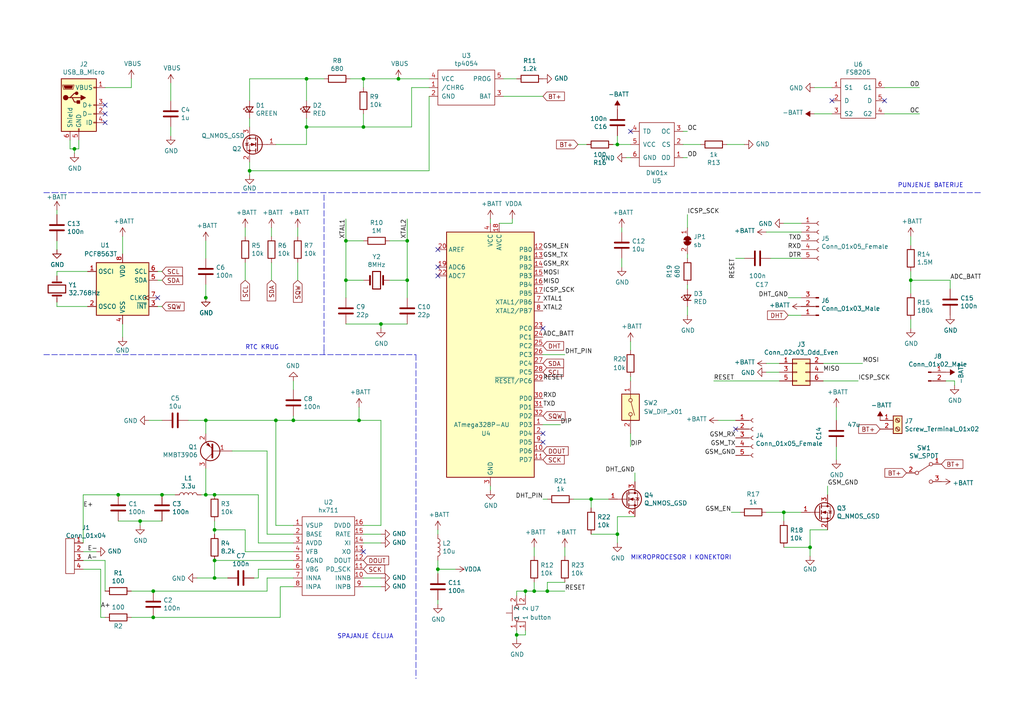
<source format=kicad_sch>
(kicad_sch (version 20211123) (generator eeschema)
  (paper "A4")
  (lib_symbols
    (symbol "Connector:Conn_01x02_Male" (pin_names (offset 1.016) hide)
      (property "Reference" "J" (at 0 2.54 0))
      (property "Value" "Conn_01x02_Male" (at 0 -5.08 0))
      (symbol "Conn_01x02_Male_1_1"
        (pin passive line (at 5.08 0 180) (length 3.81) (name "Pin_1") (number "1"))
        (pin passive line (at 5.08 -2.54 180) (length 3.81) (name "Pin_2") (number "2"))
      )
    )
    (symbol "Connector:Conn_01x03_Male" (pin_names (offset 1.016) hide)
      (property "Reference" "J" (at 0 5.08 0))
      (property "Value" "Conn_01x03_Male" (at 0 -5.08 0))
      (symbol "Conn_01x03_Male_1_1"
        (pin passive line (at 5.08 2.54 180) (length 3.81) (name "Pin_1") (number "1"))
        (pin passive line (at 5.08 0 180) (length 3.81) (name "Pin_2") (number "2"))
        (pin passive line (at 5.08 -2.54 180) (length 3.81) (name "Pin_3") (number "3"))
      )
    )
    (symbol "Connector:Conn_01x05_Female" (pin_names (offset 1.016) hide)
      (property "Reference" "J" (at 0 7.62 0))
      (property "Value" "Conn_01x05_Female" (at 0 -7.62 0))
      (symbol "Conn_01x05_Female_1_1"
        (pin passive line (at -5.08 5.08 0) (length 3.81) (name "Pin_1") (number "1"))
        (pin passive line (at -5.08 2.54 0) (length 3.81) (name "Pin_2") (number "2"))
        (pin passive line (at -5.08 0 0) (length 3.81) (name "Pin_3") (number "3"))
        (pin passive line (at -5.08 -2.54 0) (length 3.81) (name "Pin_4") (number "4"))
        (pin passive line (at -5.08 -5.08 0) (length 3.81) (name "Pin_5") (number "5"))
      )
    )
    (symbol "Connector:Screw_Terminal_01x02" (pin_names (offset 1.016) hide)
      (property "Reference" "J" (at 0 2.54 0))
      (property "Value" "Screw_Terminal_01x02" (at 0 -5.08 0))
      (symbol "Screw_Terminal_01x02_1_1"
        (pin passive line (at -5.08 0 0) (length 3.81) (name "Pin_1") (number "1"))
        (pin passive line (at -5.08 -2.54 0) (length 3.81) (name "Pin_2") (number "2"))
      )
    )
    (symbol "Connector:USB_B_Micro" (pin_names (offset 1.016))
      (property "Reference" "J" (at -5.08 11.43 0))
      (property "Value" "USB_B_Micro" (at -5.08 8.89 0))
      (symbol "USB_B_Micro_1_1"
        (pin power_out line (at 7.62 5.08 180) (length 2.54) (name "VBUS") (number "1"))
        (pin bidirectional line (at 7.62 -2.54 180) (length 2.54) (name "D-") (number "2"))
        (pin bidirectional line (at 7.62 0 180) (length 2.54) (name "D+") (number "3"))
        (pin passive line (at 7.62 -5.08 180) (length 2.54) (name "ID") (number "4"))
        (pin power_out line (at 0 -10.16 90) (length 2.54) (name "GND") (number "5"))
        (pin passive line (at -2.54 -10.16 90) (length 2.54) (name "Shield") (number "6"))
      )
    )
    (symbol "Connector_Generic:Conn_02x03_Odd_Even" (pin_names (offset 1.016) hide)
      (property "Reference" "J" (at 1.27 5.08 0))
      (property "Value" "Conn_02x03_Odd_Even" (at 1.27 -5.08 0))
      (symbol "Conn_02x03_Odd_Even_1_1"
        (pin passive line (at -5.08 2.54 0) (length 3.81) (name "Pin_1") (number "1"))
        (pin passive line (at 7.62 2.54 180) (length 3.81) (name "Pin_2") (number "2"))
        (pin passive line (at -5.08 0 0) (length 3.81) (name "Pin_3") (number "3"))
        (pin passive line (at 7.62 0 180) (length 3.81) (name "Pin_4") (number "4"))
        (pin passive line (at -5.08 -2.54 0) (length 3.81) (name "Pin_5") (number "5"))
        (pin passive line (at 7.62 -2.54 180) (length 3.81) (name "Pin_6") (number "6"))
      )
    )
    (symbol "Device:C" (pin_numbers hide) (pin_names (offset 0.254))
      (property "Reference" "C" (at 0.635 2.54 0))
      (property "Value" "C" (at 0.635 -2.54 0))
      (symbol "C_1_1"
        (pin passive line (at 0 3.81 270) (length 2.794) (name "~") (number "1"))
        (pin passive line (at 0 -3.81 90) (length 2.794) (name "~") (number "2"))
      )
    )
    (symbol "Device:Crystal" (pin_numbers hide) (pin_names (offset 1.016) hide)
      (property "Reference" "Y" (at 0 3.81 0))
      (property "Value" "Crystal" (at 0 -3.81 0))
      (symbol "Crystal_1_1"
        (pin passive line (at -3.81 0 0) (length 1.27) (name "1") (number "1"))
        (pin passive line (at 3.81 0 180) (length 1.27) (name "2") (number "2"))
      )
    )
    (symbol "Device:L" (pin_numbers hide) (pin_names (offset 1.016) hide)
      (property "Reference" "L" (at -1.27 0 90))
      (property "Value" "L" (at 1.905 0 90))
      (symbol "L_1_1"
        (pin passive line (at 0 3.81 270) (length 1.27) (name "1") (number "1"))
        (pin passive line (at 0 -3.81 90) (length 1.27) (name "2") (number "2"))
      )
    )
    (symbol "Device:LED_Small" (pin_numbers hide) (pin_names (offset 0.254) hide)
      (property "Reference" "D" (at -1.27 3.175 0))
      (property "Value" "LED_Small" (at -4.445 -2.54 0))
      (symbol "LED_Small_1_1"
        (pin passive line (at -2.54 0 0) (length 1.778) (name "K") (number "1"))
        (pin passive line (at 2.54 0 180) (length 1.778) (name "A") (number "2"))
      )
    )
    (symbol "Device:Q_NMOS_GSD" (pin_names (offset 0) hide)
      (property "Reference" "Q" (at 5.08 1.27 0))
      (property "Value" "Q_NMOS_GSD" (at 5.08 -1.27 0))
      (symbol "Q_NMOS_GSD_1_1"
        (pin input line (at -5.08 0 0) (length 2.54) (name "G") (number "1"))
        (pin passive line (at 2.54 -5.08 90) (length 2.54) (name "S") (number "2"))
        (pin passive line (at 2.54 5.08 270) (length 2.54) (name "D") (number "3"))
      )
    )
    (symbol "Device:R" (pin_numbers hide) (pin_names (offset 0))
      (property "Reference" "R" (at 2.032 0 90))
      (property "Value" "R" (at 0 0 90))
      (symbol "R_1_1"
        (pin passive line (at 0 3.81 270) (length 1.27) (name "~") (number "1"))
        (pin passive line (at 0 -3.81 90) (length 1.27) (name "~") (number "2"))
      )
    )
    (symbol "Jumper:SolderJumper_2_Bridged" (pin_names (offset 0) hide)
      (property "Reference" "JP" (at 0 2.032 0))
      (property "Value" "SolderJumper_2_Bridged" (at 0 -2.54 0))
      (symbol "SolderJumper_2_Bridged_1_1"
        (pin passive line (at -3.81 0 0) (length 2.54) (name "A") (number "1"))
        (pin passive line (at 3.81 0 180) (length 2.54) (name "B") (number "2"))
      )
    )
    (symbol "New_Library:button"
      (property "Reference" "U" (at 0 1.27 0))
      (property "Value" "button" (at 0 8.89 0))
      (symbol "button_0_1"
        (pin passive line (at -5.08 2.54 0) (length 2.54) (name "1") (number "1"))
        (pin passive line (at -5.08 5.08 0) (length 2.54) (name "1") (number "1"))
        (pin passive line (at 5.08 2.54 180) (length 2.54) (name "2") (number "2"))
        (pin passive line (at 5.08 5.08 180) (length 2.54) (name "2") (number "2"))
      )
    )
    (symbol "Switch:SW_DIP_x01" (pin_names (offset 0) hide)
      (property "Reference" "SW" (at 0 3.81 0))
      (property "Value" "SW_DIP_x01" (at 0 -3.81 0))
      (symbol "SW_DIP_x01_1_1"
        (pin passive line (at -7.62 0 0) (length 5.08) (name "~") (number "1"))
        (pin passive line (at 7.62 0 180) (length 5.08) (name "~") (number "2"))
      )
    )
    (symbol "Switch:SW_SPDT" (pin_names (offset 0) hide)
      (property "Reference" "SW" (at 0 4.318 0))
      (property "Value" "SW_SPDT" (at 0 -5.08 0))
      (symbol "SW_SPDT_1_1"
        (pin passive line (at 5.08 2.54 180) (length 2.54) (name "A") (number "1"))
        (pin passive line (at -5.08 0 0) (length 2.54) (name "B") (number "2"))
        (pin passive line (at 5.08 -2.54 180) (length 2.54) (name "C") (number "3"))
      )
    )
    (symbol "Timer_RTC:PCF8563T"
      (property "Reference" "U" (at -7.62 8.89 0))
      (property "Value" "PCF8563T" (at 2.54 8.89 0))
      (symbol "PCF8563T_1_1"
        (pin input line (at -10.16 5.08 0) (length 2.54) (name "OSCI") (number "1"))
        (pin output line (at -10.16 -5.08 0) (length 2.54) (name "OSCO") (number "2"))
        (pin output line (at 10.16 -5.08 180) (length 2.54) (name "~{INT}") (number "3"))
        (pin power_in line (at 0 -10.16 90) (length 2.54) (name "VSS") (number "4"))
        (pin bidirectional line (at 10.16 2.54 180) (length 2.54) (name "SDA") (number "5"))
        (pin input line (at 10.16 5.08 180) (length 2.54) (name "SCL") (number "6"))
        (pin output clock (at 10.16 -2.54 180) (length 2.54) (name "CLKO") (number "7"))
        (pin power_in line (at 0 10.16 270) (length 2.54) (name "VDD") (number "8"))
      )
    )
    (symbol "Transistor_BJT:MMBT3906" (pin_names (offset 0) hide)
      (property "Reference" "Q" (at 5.08 1.905 0))
      (property "Value" "MMBT3906" (at 5.08 0 0))
      (symbol "MMBT3906_1_1"
        (pin input line (at -5.08 0 0) (length 5.715) (name "B") (number "1"))
        (pin passive line (at 2.54 -5.08 90) (length 2.54) (name "E") (number "2"))
        (pin passive line (at 2.54 5.08 270) (length 2.54) (name "C") (number "3"))
      )
    )
    (symbol "novi-rescue:ATmega328P-AU-MCU_Microchip_ATmega"
      (property "Reference" "U" (at -12.7 36.83 0))
      (property "Value" "ATmega328P-AU-MCU_Microchip_ATmega" (at 2.54 -36.83 0))
      (symbol "ATmega328P-AU-MCU_Microchip_ATmega_1_1"
        (pin bidirectional line (at 15.24 -20.32 180) (length 2.54) (name "PD3") (number "1"))
        (pin bidirectional line (at 15.24 -27.94 180) (length 2.54) (name "PD6") (number "10"))
        (pin bidirectional line (at 15.24 -30.48 180) (length 2.54) (name "PD7") (number "11"))
        (pin bidirectional line (at 15.24 30.48 180) (length 2.54) (name "PB0") (number "12"))
        (pin bidirectional line (at 15.24 27.94 180) (length 2.54) (name "PB1") (number "13"))
        (pin bidirectional line (at 15.24 25.4 180) (length 2.54) (name "PB2") (number "14"))
        (pin bidirectional line (at 15.24 22.86 180) (length 2.54) (name "PB3") (number "15"))
        (pin bidirectional line (at 15.24 20.32 180) (length 2.54) (name "PB4") (number "16"))
        (pin bidirectional line (at 15.24 17.78 180) (length 2.54) (name "PB5") (number "17"))
        (pin power_in line (at 2.54 38.1 270) (length 2.54) (name "AVCC") (number "18"))
        (pin input line (at -15.24 25.4 0) (length 2.54) (name "ADC6") (number "19"))
        (pin bidirectional line (at 15.24 -22.86 180) (length 2.54) (name "PD4") (number "2"))
        (pin passive line (at -15.24 30.48 0) (length 2.54) (name "AREF") (number "20"))
        (pin passive line (at 0 -38.1 90) (length 2.54) hide (name "GND") (number "21"))
        (pin input line (at -15.24 22.86 0) (length 2.54) (name "ADC7") (number "22"))
        (pin bidirectional line (at 15.24 7.62 180) (length 2.54) (name "PC0") (number "23"))
        (pin bidirectional line (at 15.24 5.08 180) (length 2.54) (name "PC1") (number "24"))
        (pin bidirectional line (at 15.24 2.54 180) (length 2.54) (name "PC2") (number "25"))
        (pin bidirectional line (at 15.24 0 180) (length 2.54) (name "PC3") (number "26"))
        (pin bidirectional line (at 15.24 -2.54 180) (length 2.54) (name "PC4") (number "27"))
        (pin bidirectional line (at 15.24 -5.08 180) (length 2.54) (name "PC5") (number "28"))
        (pin bidirectional line (at 15.24 -7.62 180) (length 2.54) (name "~{RESET}/PC6") (number "29"))
        (pin power_in line (at 0 -38.1 90) (length 2.54) (name "GND") (number "3"))
        (pin bidirectional line (at 15.24 -12.7 180) (length 2.54) (name "PD0") (number "30"))
        (pin bidirectional line (at 15.24 -15.24 180) (length 2.54) (name "PD1") (number "31"))
        (pin bidirectional line (at 15.24 -17.78 180) (length 2.54) (name "PD2") (number "32"))
        (pin power_in line (at 0 38.1 270) (length 2.54) (name "VCC") (number "4"))
        (pin passive line (at 0 -38.1 90) (length 2.54) hide (name "GND") (number "5"))
        (pin passive line (at 0 38.1 270) (length 2.54) hide (name "VCC") (number "6"))
        (pin bidirectional line (at 15.24 15.24 180) (length 2.54) (name "XTAL1/PB6") (number "7"))
        (pin bidirectional line (at 15.24 12.7 180) (length 2.54) (name "XTAL2/PB7") (number "8"))
        (pin bidirectional line (at 15.24 -25.4 180) (length 2.54) (name "PD5") (number "9"))
      )
    )
    (symbol "novi-rescue:DW01x-my_component" (pin_names (offset 1.016))
      (property "Reference" "U" (at 0 8.89 0))
      (property "Value" "DW01x-my_component" (at 0 6.35 0))
      (symbol "DW01x-my_component_1_1"
        (pin input line (at -7.62 2.54 0) (length 2.54) (name "OD") (number "1"))
        (pin input line (at -7.62 -1.27 0) (length 2.54) (name "CS") (number "2"))
        (pin input line (at -7.62 -5.08 0) (length 2.54) (name "OC") (number "3"))
        (pin input line (at 7.62 -5.08 180) (length 2.54) (name "TD") (number "4"))
        (pin input line (at 7.62 -1.27 180) (length 2.54) (name "VCC") (number "5"))
        (pin input line (at 7.62 2.54 180) (length 2.54) (name "GND") (number "6"))
      )
    )
    (symbol "novi-rescue:FS8205-my_component" (pin_names (offset 1.016))
      (property "Reference" "U" (at 0 10.16 0))
      (property "Value" "FS8205-my_component" (at 0 7.62 0))
      (symbol "FS8205-my_component_1_1"
        (pin input line (at -7.62 3.81 0) (length 2.54) (name "S1") (number "1"))
        (pin input line (at -7.62 0 0) (length 2.54) (name "D") (number "2"))
        (pin input line (at -7.62 -3.81 0) (length 2.54) (name "S2") (number "3"))
        (pin input line (at 7.62 -3.81 180) (length 2.54) (name "G2") (number "4"))
        (pin input line (at 7.62 0 180) (length 2.54) (name "D") (number "5"))
        (pin input line (at 7.62 3.81 180) (length 2.54) (name "G1") (number "6"))
      )
    )
    (symbol "novi-rescue:Q_NMOS_GDS-my_component" (pin_names (offset 0) hide)
      (property "Reference" "Q" (at -5.08 3.81 0))
      (property "Value" "Q_NMOS_GDS-my_component" (at -12.7 1.27 0))
      (symbol "Q_NMOS_GDS-my_component_1_1"
        (pin input line (at 8.89 2.54 180) (length 2.54) (name "G") (number "1"))
        (pin passive line (at 1.27 -2.54 90) (length 2.54) (name "S") (number "2"))
        (pin passive line (at 1.27 7.62 270) (length 2.54) (name "D") (number "3"))
      )
    )
    (symbol "novi-rescue:hc711connector-my_component" (pin_names (offset 1.016))
      (property "Reference" "U" (at 0 7.62 0))
      (property "Value" "hc711connector-my_component" (at -1.27 5.08 0))
      (symbol "hc711connector-my_component_1_1"
        (pin passive line (at -1.27 -6.35 0) (length 2.54) (name "~") (number "1"))
        (pin passive line (at -1.27 -3.81 0) (length 2.54) (name "~") (number "2"))
        (pin passive line (at -1.27 -1.27 0) (length 2.54) (name "~") (number "3"))
        (pin passive line (at -1.27 1.27 0) (length 2.54) (name "~") (number "4"))
      )
    )
    (symbol "novi-rescue:hx711-my_component" (pin_names (offset 1.016))
      (property "Reference" "U" (at 0 10.16 0))
      (property "Value" "hx711-my_component" (at 0 7.62 0))
      (symbol "hx711-my_component_1_1"
        (pin input line (at -8.89 3.81 0) (length 2.54) (name "VSUP") (number "1"))
        (pin input line (at 11.43 -11.43 180) (length 2.54) (name "INNB") (number "10"))
        (pin output line (at 11.43 -8.89 180) (length 2.54) (name "PD_SCK") (number "11"))
        (pin output line (at 11.43 -6.35 180) (length 2.54) (name "DOUT") (number "12"))
        (pin output line (at 11.43 -3.81 180) (length 2.54) (name "XO") (number "13"))
        (pin output line (at 11.43 -1.27 180) (length 2.54) (name "XI") (number "14"))
        (pin input line (at 11.43 1.27 180) (length 2.54) (name "RATE") (number "15"))
        (pin input line (at 11.43 3.81 180) (length 2.54) (name "DVDD") (number "16"))
        (pin input line (at -8.89 1.27 0) (length 2.54) (name "BASE") (number "2"))
        (pin input line (at -8.89 -1.27 0) (length 2.54) (name "AVDD") (number "3"))
        (pin input line (at -8.89 -3.81 0) (length 2.54) (name "VFB") (number "4"))
        (pin input line (at -8.89 -6.35 0) (length 2.54) (name "AGND") (number "5"))
        (pin input line (at -8.89 -8.89 0) (length 2.54) (name "VBG") (number "6"))
        (pin input line (at -8.89 -11.43 0) (length 2.54) (name "INNA") (number "7"))
        (pin input line (at -8.89 -13.97 0) (length 2.54) (name "INPA") (number "8"))
        (pin input line (at 11.43 -13.97 180) (length 2.54) (name "INPB") (number "9"))
      )
    )
    (symbol "novi-rescue:tp4054-my_component" (pin_names (offset 1.016))
      (property "Reference" "U" (at 0 8.89 0))
      (property "Value" "tp4054-my_component" (at 0 6.35 0))
      (symbol "tp4054-my_component_1_1"
        (pin unspecified line (at -11.43 0 0) (length 2.54) (name "/CHRG") (number "1"))
        (pin output line (at -11.43 -2.54 0) (length 2.54) (name "GND") (number "2"))
        (pin output line (at 10.16 -2.54 180) (length 2.54) (name "BAT") (number "3"))
        (pin input line (at -11.43 2.54 0) (length 2.54) (name "VCC") (number "4"))
        (pin unspecified line (at 10.16 2.54 180) (length 2.54) (name "PROG") (number "5"))
      )
    )
    (symbol "power:+BATT" (power) (pin_names (offset 0))
      (property "Value" "+BATT" (at 0 3.556 0))
      (symbol "+BATT_1_1"
        (pin power_in line (at 0 0 90) (length 0) hide (name "+BATT") (number "1"))
      )
    )
    (symbol "power:-BATT" (power) (pin_names (offset 0))
      (property "Value" "-BATT" (at 0 3.556 0))
      (symbol "-BATT_1_1"
        (pin power_in line (at 0 0 90) (length 0) hide (name "-BATT") (number "1"))
      )
    )
    (symbol "power:GND" (power) (pin_names (offset 0))
      (property "Value" "GND" (at 0 -3.81 0))
      (symbol "GND_1_1"
        (pin power_in line (at 0 0 270) (length 0) hide (name "GND") (number "1"))
      )
    )
    (symbol "power:VBUS" (power) (pin_names (offset 0))
      (property "Value" "VBUS" (at 0 3.81 0))
      (symbol "VBUS_1_1"
        (pin power_in line (at 0 0 90) (length 0) hide (name "VBUS") (number "1"))
      )
    )
    (symbol "power:VDDA" (power) (pin_names (offset 0))
      (property "Value" "VDDA" (at 0 3.81 0))
      (symbol "VDDA_1_1"
        (pin power_in line (at 0 0 90) (length 0) hide (name "VDDA") (number "1"))
      )
    )
  )
  (junction (at 59.69 86.36))
  (junction (at 100.33 81.28))
  (junction (at 62.23 162.56))
  (junction (at 105.41 36.83))
  (junction (at 171.45 144.78))
  (junction (at 85.09 121.92))
  (junction (at 100.33 69.85))
  (junction (at 62.23 167.64))
  (junction (at 40.64 151.13))
  (junction (at 179.07 41.91))
  (junction (at 72.39 49.53))
  (junction (at 118.11 81.28))
  (junction (at 158.75 171.45))
  (junction (at 44.45 171.45))
  (junction (at 154.94 171.45))
  (junction (at 80.01 121.92))
  (junction (at 62.23 143.51))
  (junction (at 264.16 81.28))
  (junction (at 46.99 143.51))
  (junction (at 44.45 179.07))
  (junction (at 118.11 69.85))
  (junction (at 127 165.1))
  (junction (at 34.29 143.51))
  (junction (at 59.69 143.51))
  (junction (at 149.86 184.15))
  (junction (at 227.33 148.59))
  (junction (at 115.57 22.86))
  (junction (at 59.69 121.92))
  (junction (at 234.95 158.75))
  (junction (at 110.49 93.98))
  (junction (at 104.14 121.92))
  (junction (at 179.07 154.94))
  (junction (at 62.23 153.67))
  (junction (at 88.9 22.86))
  (junction (at 88.9 36.83))
  (junction (at 21.59 43.18))
  (junction (at 105.41 22.86))
  (junction (at 152.4 171.45))
  (no_connect (at 157.48 128.27))
  (no_connect (at 157.48 125.73))
  (no_connect (at 157.48 95.25))
  (no_connect (at 45.72 86.36))
  (no_connect (at 127 80.01))
  (no_connect (at 256.54 29.21))
  (no_connect (at 213.36 124.46))
  (no_connect (at 127 77.47))
  (no_connect (at 241.3 29.21))
  (no_connect (at 127 72.39))
  (no_connect (at 30.48 35.56))
  (no_connect (at 105.41 160.02))
  (no_connect (at 182.88 38.1))
  (no_connect (at 30.48 33.02))
  (no_connect (at 30.48 30.48))
  (wire (pts (xy 179.07 39.37) (xy 179.07 41.91)))
  (wire (pts (xy 227.33 64.77) (xy 232.41 64.77)))
  (wire (pts (xy 35.56 97.79) (xy 35.56 93.98)))
  (wire (pts (xy 180.34 66.04) (xy 180.34 67.31)))
  (wire (pts (xy 62.23 151.13) (xy 62.23 153.67)))
  (wire (pts (xy 88.9 36.83) (xy 88.9 34.29)))
  (wire (pts (xy 105.41 81.28) (xy 100.33 81.28)))
  (wire (pts (xy 24.13 157.48) (xy 24.13 143.51)))
  (wire (pts (xy 62.23 167.64) (xy 66.04 167.64)))
  (wire (pts (xy 184.15 149.86) (xy 179.07 149.86)))
  (wire (pts (xy 226.06 110.49) (xy 207.01 110.49)))
  (wire (pts (xy 149.86 171.45) (xy 149.86 172.72)))
  (wire (pts (xy 152.4 182.88) (xy 152.4 184.15)))
  (wire (pts (xy 72.39 46.99) (xy 72.39 49.53)))
  (wire (pts (xy 127 166.37) (xy 127 165.1)))
  (wire (pts (xy 234.95 153.67) (xy 234.95 158.75)))
  (wire (pts (xy 115.57 22.86) (xy 124.46 22.86)))
  (wire (pts (xy 45.72 88.9) (xy 46.99 88.9)))
  (wire (pts (xy 149.86 184.15) (xy 149.86 185.42)))
  (wire (pts (xy 71.12 81.28) (xy 71.12 76.2)))
  (wire (pts (xy 58.42 143.51) (xy 59.69 143.51)))
  (wire (pts (xy 240.03 143.51) (xy 240.03 140.97)))
  (wire (pts (xy 80.01 121.92) (xy 85.09 121.92)))
  (wire (pts (xy 105.41 167.64) (xy 110.49 167.64)))
  (wire (pts (xy 59.69 121.92) (xy 59.69 125.73)))
  (wire (pts (xy 264.16 78.74) (xy 264.16 81.28)))
  (wire (pts (xy 152.4 171.45) (xy 149.86 171.45)))
  (wire (pts (xy 45.72 78.74) (xy 46.99 78.74)))
  (wire (pts (xy 105.41 154.94) (xy 110.49 154.94)))
  (wire (pts (xy 184.15 137.16) (xy 184.15 139.7)))
  (wire (pts (xy 44.45 179.07) (xy 81.28 179.07)))
  (wire (pts (xy 158.75 171.45) (xy 163.83 171.45)))
  (wire (pts (xy 38.1 179.07) (xy 44.45 179.07)))
  (wire (pts (xy 110.49 93.98) (xy 118.11 93.98)))
  (wire (pts (xy 62.23 162.56) (xy 62.23 167.64)))
  (wire (pts (xy 86.36 66.04) (xy 86.36 68.58)))
  (wire (pts (xy 228.6 86.36) (xy 232.41 86.36)))
  (wire (pts (xy 198.12 38.1) (xy 199.39 38.1)))
  (wire (pts (xy 110.49 93.98) (xy 110.49 95.25)))
  (wire (pts (xy 25.4 88.9) (xy 16.51 88.9)))
  (wire (pts (xy 238.76 105.41) (xy 250.19 105.41)))
  (wire (pts (xy 236.22 33.02) (xy 241.3 33.02)))
  (wire (pts (xy 104.14 121.92) (xy 110.49 121.92)))
  (wire (pts (xy 132.08 165.1) (xy 127 165.1)))
  (wire (pts (xy 62.23 153.67) (xy 62.23 154.94)))
  (wire (pts (xy 264.16 81.28) (xy 275.59 81.28)))
  (wire (pts (xy 100.33 63.5) (xy 100.33 69.85)))
  (wire (pts (xy 163.83 158.75) (xy 163.83 161.29)))
  (wire (pts (xy 180.34 77.47) (xy 180.34 74.93)))
  (wire (pts (xy 49.53 36.83) (xy 49.53 39.37)))
  (wire (pts (xy 238.76 110.49) (xy 248.92 110.49)))
  (wire (pts (xy 74.93 167.64) (xy 74.93 165.1)))
  (wire (pts (xy 127 153.67) (xy 127 154.94)))
  (wire (pts (xy 71.12 160.02) (xy 71.12 153.67)))
  (wire (pts (xy 198.12 41.91) (xy 203.2 41.91)))
  (wire (pts (xy 57.15 167.64) (xy 62.23 167.64)))
  (wire (pts (xy 232.41 67.31) (xy 222.25 67.31)))
  (wire (pts (xy 118.11 63.5) (xy 118.11 69.85)))
  (wire (pts (xy 45.72 81.28) (xy 46.99 81.28)))
  (wire (pts (xy 142.24 140.97) (xy 142.24 142.24)))
  (wire (pts (xy 179.07 154.94) (xy 179.07 157.48)))
  (wire (pts (xy 73.66 167.64) (xy 74.93 167.64)))
  (wire (pts (xy 127 173.99) (xy 127 175.26)))
  (wire (pts (xy 59.69 135.89) (xy 59.69 143.51)))
  (wire (pts (xy 171.45 147.32) (xy 171.45 144.78)))
  (wire (pts (xy 59.69 74.93) (xy 59.69 69.85)))
  (wire (pts (xy 226.06 107.95) (xy 222.25 107.95)))
  (wire (pts (xy 152.4 171.45) (xy 152.4 172.72)))
  (wire (pts (xy 38.1 171.45) (xy 44.45 171.45)))
  (wire (pts (xy 227.33 151.13) (xy 227.33 148.59)))
  (wire (pts (xy 264.16 92.71) (xy 264.16 95.25)))
  (wire (pts (xy 78.74 68.58) (xy 78.74 66.04)))
  (wire (pts (xy 256.54 33.02) (xy 266.7 33.02)))
  (wire (pts (xy 16.51 78.74) (xy 16.51 80.01)))
  (wire (pts (xy 74.93 157.48) (xy 85.09 157.48)))
  (wire (pts (xy 88.9 41.91) (xy 88.9 36.83)))
  (wire (pts (xy 40.64 151.13) (xy 46.99 151.13)))
  (wire (pts (xy 100.33 81.28) (xy 100.33 86.36)))
  (wire (pts (xy 242.57 129.54) (xy 242.57 133.35)))
  (wire (pts (xy 232.41 148.59) (xy 227.33 148.59)))
  (wire (pts (xy 21.59 43.18) (xy 21.59 44.45)))
  (wire (pts (xy 176.53 144.78) (xy 171.45 144.78)))
  (wire (pts (xy 148.59 64.77) (xy 148.59 63.5)))
  (polyline (pts (xy 12.7 55.88) (xy 15.24 55.88)))
  (wire (pts (xy 38.1 25.4) (xy 38.1 22.86)))
  (wire (pts (xy 62.23 143.51) (xy 74.93 143.51)))
  (wire (pts (xy 110.49 152.4) (xy 105.41 152.4)))
  (wire (pts (xy 154.94 171.45) (xy 158.75 171.45)))
  (wire (pts (xy 43.18 121.92) (xy 46.99 121.92)))
  (wire (pts (xy 227.33 148.59) (xy 222.25 148.59)))
  (wire (pts (xy 215.9 74.93) (xy 213.36 74.93)))
  (wire (pts (xy 242.57 118.11) (xy 242.57 121.92)))
  (wire (pts (xy 118.11 69.85) (xy 118.11 81.28)))
  (wire (pts (xy 276.86 110.49) (xy 276.86 111.76)))
  (wire (pts (xy 35.56 73.66) (xy 35.56 68.58)))
  (wire (pts (xy 154.94 171.45) (xy 152.4 171.45)))
  (wire (pts (xy 24.13 165.1) (xy 29.21 165.1)))
  (wire (pts (xy 46.99 143.51) (xy 50.8 143.51)))
  (wire (pts (xy 199.39 73.66) (xy 199.39 74.93)))
  (wire (pts (xy 16.51 69.85) (xy 16.51 72.39)))
  (wire (pts (xy 171.45 144.78) (xy 166.37 144.78)))
  (wire (pts (xy 240.03 153.67) (xy 234.95 153.67)))
  (wire (pts (xy 158.75 168.91) (xy 158.75 171.45)))
  (wire (pts (xy 149.86 182.88) (xy 149.86 184.15)))
  (wire (pts (xy 179.07 149.86) (xy 179.07 154.94)))
  (wire (pts (xy 142.24 63.5) (xy 142.24 64.77)))
  (wire (pts (xy 157.48 123.19) (xy 162.56 123.19)))
  (wire (pts (xy 78.74 81.28) (xy 78.74 76.2)))
  (wire (pts (xy 29.21 179.07) (xy 30.48 179.07)))
  (wire (pts (xy 232.41 74.93) (xy 223.52 74.93)))
  (wire (pts (xy 124.46 27.94) (xy 124.46 49.53)))
  (wire (pts (xy 154.94 168.91) (xy 154.94 171.45)))
  (wire (pts (xy 74.93 143.51) (xy 74.93 157.48)))
  (wire (pts (xy 20.32 43.18) (xy 21.59 43.18)))
  (wire (pts (xy 54.61 121.92) (xy 59.69 121.92)))
  (wire (pts (xy 72.39 34.29) (xy 72.39 36.83)))
  (wire (pts (xy 228.6 91.44) (xy 232.41 91.44)))
  (wire (pts (xy 34.29 151.13) (xy 40.64 151.13)))
  (wire (pts (xy 85.09 120.65) (xy 85.09 121.92)))
  (wire (pts (xy 22.86 40.64) (xy 22.86 43.18)))
  (polyline (pts (xy 120.65 102.87) (xy 120.65 196.85)))
  (wire (pts (xy 119.38 25.4) (xy 119.38 36.83)))
  (wire (pts (xy 81.28 170.18) (xy 85.09 170.18)))
  (wire (pts (xy 72.39 29.21) (xy 72.39 22.86)))
  (wire (pts (xy 30.48 162.56) (xy 30.48 171.45)))
  (wire (pts (xy 256.54 25.4) (xy 266.7 25.4)))
  (polyline (pts (xy 15.24 55.88) (xy 284.48 55.88)))
  (wire (pts (xy 227.33 158.75) (xy 234.95 158.75)))
  (wire (pts (xy 105.41 33.02) (xy 105.41 36.83)))
  (polyline (pts (xy 12.7 102.87) (xy 120.65 102.87)))
  (polyline (pts (xy 93.98 101.6) (xy 93.98 55.88)))
  (wire (pts (xy 199.39 82.55) (xy 199.39 83.82)))
  (wire (pts (xy 124.46 49.53) (xy 72.39 49.53)))
  (wire (pts (xy 44.45 171.45) (xy 77.47 171.45)))
  (wire (pts (xy 234.95 158.75) (xy 234.95 161.29)))
  (wire (pts (xy 105.41 69.85) (xy 100.33 69.85)))
  (wire (pts (xy 105.41 170.18) (xy 110.49 170.18)))
  (wire (pts (xy 157.48 144.78) (xy 158.75 144.78)))
  (wire (pts (xy 182.88 109.22) (xy 182.88 110.49)))
  (wire (pts (xy 110.49 121.92) (xy 110.49 152.4)))
  (wire (pts (xy 119.38 36.83) (xy 105.41 36.83)))
  (wire (pts (xy 275.59 81.28) (xy 275.59 83.82)))
  (wire (pts (xy 85.09 160.02) (xy 71.12 160.02)))
  (wire (pts (xy 199.39 88.9) (xy 199.39 91.44)))
  (wire (pts (xy 101.6 22.86) (xy 105.41 22.86)))
  (wire (pts (xy 22.86 43.18) (xy 21.59 43.18)))
  (wire (pts (xy 144.78 64.77) (xy 148.59 64.77)))
  (wire (pts (xy 30.48 25.4) (xy 38.1 25.4)))
  (wire (pts (xy 182.88 41.91) (xy 179.07 41.91)))
  (wire (pts (xy 86.36 76.2) (xy 86.36 81.28)))
  (wire (pts (xy 127 165.1) (xy 127 162.56)))
  (wire (pts (xy 226.06 105.41) (xy 222.25 105.41)))
  (wire (pts (xy 80.01 152.4) (xy 85.09 152.4)))
  (wire (pts (xy 104.14 118.11) (xy 104.14 121.92)))
  (wire (pts (xy 118.11 81.28) (xy 118.11 86.36)))
  (wire (pts (xy 49.53 29.21) (xy 49.53 24.13)))
  (wire (pts (xy 105.41 25.4) (xy 105.41 22.86)))
  (wire (pts (xy 210.82 41.91) (xy 215.9 41.91)))
  (wire (pts (xy 88.9 22.86) (xy 88.9 29.21)))
  (wire (pts (xy 16.51 60.96) (xy 16.51 62.23)))
  (wire (pts (xy 198.12 45.72) (xy 199.39 45.72)))
  (wire (pts (xy 105.41 157.48) (xy 110.49 157.48)))
  (wire (pts (xy 74.93 165.1) (xy 85.09 165.1)))
  (wire (pts (xy 77.47 167.64) (xy 85.09 167.64)))
  (wire (pts (xy 149.86 22.86) (xy 146.05 22.86)))
  (wire (pts (xy 199.39 66.04) (xy 199.39 62.23)))
  (wire (pts (xy 179.07 41.91) (xy 177.8 41.91)))
  (wire (pts (xy 25.4 78.74) (xy 16.51 78.74)))
  (wire (pts (xy 146.05 27.94) (xy 157.48 27.94)))
  (wire (pts (xy 170.18 41.91) (xy 167.64 41.91)))
  (wire (pts (xy 85.09 110.49) (xy 85.09 113.03)))
  (wire (pts (xy 59.69 143.51) (xy 62.23 143.51)))
  (wire (pts (xy 80.01 121.92) (xy 59.69 121.92)))
  (wire (pts (xy 182.88 99.06) (xy 182.88 101.6)))
  (wire (pts (xy 113.03 69.85) (xy 118.11 69.85)))
  (wire (pts (xy 29.21 165.1) (xy 29.21 179.07)))
  (wire (pts (xy 67.31 130.81) (xy 77.47 130.81)))
  (wire (pts (xy 208.28 121.92) (xy 213.36 121.92)))
  (wire (pts (xy 124.46 25.4) (xy 119.38 25.4)))
  (wire (pts (xy 157.48 102.87) (xy 163.83 102.87)))
  (wire (pts (xy 241.3 25.4) (xy 236.22 25.4)))
  (wire (pts (xy 24.13 162.56) (xy 30.48 162.56)))
  (wire (pts (xy 81.28 179.07) (xy 81.28 170.18)))
  (wire (pts (xy 100.33 93.98) (xy 110.49 93.98)))
  (wire (pts (xy 77.47 171.45) (xy 77.47 167.64)))
  (wire (pts (xy 214.63 148.59) (xy 212.09 148.59)))
  (wire (pts (xy 163.83 168.91) (xy 158.75 168.91)))
  (wire (pts (xy 85.09 121.92) (xy 104.14 121.92)))
  (wire (pts (xy 72.39 49.53) (xy 72.39 50.8)))
  (wire (pts (xy 274.32 110.49) (xy 276.86 110.49)))
  (wire (pts (xy 16.51 88.9) (xy 16.51 87.63)))
  (wire (pts (xy 154.94 158.75) (xy 154.94 161.29)))
  (wire (pts (xy 77.47 130.81) (xy 77.47 154.94)))
  (wire (pts (xy 100.33 69.85) (xy 100.33 81.28)))
  (wire (pts (xy 182.88 45.72) (xy 181.61 45.72)))
  (wire (pts (xy 77.47 154.94) (xy 85.09 154.94)))
  (wire (pts (xy 264.16 68.58) (xy 264.16 71.12)))
  (wire (pts (xy 71.12 153.67) (xy 62.23 153.67)))
  (wire (pts (xy 85.09 162.56) (xy 62.23 162.56)))
  (wire (pts (xy 93.98 22.86) (xy 88.9 22.86)))
  (wire (pts (xy 40.64 152.4) (xy 40.64 151.13)))
  (wire (pts (xy 171.45 154.94) (xy 179.07 154.94)))
  (wire (pts (xy 105.41 22.86) (xy 115.57 22.86)))
  (polyline (pts (xy 93.98 101.6) (xy 93.98 102.87)))
  (wire (pts (xy 182.88 125.73) (xy 182.88 129.54)))
  (wire (pts (xy 59.69 82.55) (xy 59.69 86.36)))
  (wire (pts (xy 80.01 152.4) (xy 80.01 121.92)))
  (wire (pts (xy 72.39 22.86) (xy 88.9 22.86)))
  (wire (pts (xy 24.13 143.51) (xy 34.29 143.51)))
  (wire (pts (xy 34.29 143.51) (xy 46.99 143.51)))
  (wire (pts (xy 105.41 36.83) (xy 88.9 36.83)))
  (wire (pts (xy 24.13 160.02) (xy 27.94 160.02)))
  (wire (pts (xy 113.03 81.28) (xy 118.11 81.28)))
  (wire (pts (xy 152.4 184.15) (xy 149.86 184.15)))
  (wire (pts (xy 264.16 81.28) (xy 264.16 85.09)))
  (wire (pts (xy 20.32 40.64) (xy 20.32 43.18)))
  (wire (pts (xy 80.01 41.91) (xy 88.9 41.91)))
  (wire (pts (xy 71.12 68.58) (xy 71.12 66.04)))
  (text "SPAJANJE ĆELIJA\n" (at 97.79 185.42 0) (effects (font (size 1.27 1.27)) (justify left bottom)))
  (text "PUNJENJE BATERIJE\n" (at 260.35 54.61 0) (effects (font (size 1.27 1.27)) (justify left bottom)))
  (text "RTC KRUG\n" (at 71.12 101.6 0) (effects (font (size 1.27 1.27)) (justify left bottom)))
  (text "MIKROPROCESOR I KONEKTORI\n" (at 182.88 162.56 0) (effects (font (size 1.27 1.27)) (justify left bottom)))
  (label "OD" (at 266.7 25.4 180))
  (label "MISO" (at 157.48 82.55 0))
  (label "XTAL1" (at 157.48 87.63 0))
  (label "GSM_RX" (at 213.36 127 180))
  (label "OC" (at 199.39 38.1 0))
  (label "DIP" (at 182.88 129.54 0))
  (label "TXD" (at 157.48 118.11 0))
  (label "RESET" (at 207.01 110.49 0))
  (label "RESET" (at 213.36 74.93 270))
  (label "GSM_GND" (at 240.03 140.97 0))
  (label "A+" (at 29.21 176.53 0))
  (label "XTAL2" (at 157.48 90.17 0))
  (label "RESET" (at 157.48 110.49 0))
  (label "XTAL2" (at 118.11 63.5 270))
  (label "TXD" (at 232.41 69.85 180))
  (label "E+" (at 24.13 147.32 0))
  (label "GSM_GND" (at 213.36 132.08 180))
  (label "RESET" (at 163.83 171.45 0))
  (label "DHT_PIN" (at 163.83 102.87 0))
  (label "E-" (at 25.4 160.02 0))
  (label "DHT_PIN" (at 157.48 144.78 180))
  (label "DTR" (at 232.41 74.93 180))
  (label "A-" (at 25.4 162.56 0))
  (label "ADC_BATT" (at 275.59 81.28 0))
  (label "XTAL1" (at 100.33 63.5 270))
  (label "ICSP_SCK" (at 248.92 110.49 0))
  (label "ICSP_SCK" (at 157.48 85.09 0))
  (label "OC" (at 266.7 33.02 180))
  (label "DIP" (at 162.56 123.19 0))
  (label "DHT_GND" (at 228.6 86.36 180))
  (label "GSM_TX" (at 213.36 129.54 180))
  (label "GSM_EN" (at 157.48 72.39 0))
  (label "RXD" (at 157.48 115.57 0))
  (label "DHT_GND" (at 184.15 137.16 180))
  (label "ICSP_SCK" (at 199.39 62.23 0))
  (label "MOSI" (at 250.19 105.41 0))
  (label "MOSI" (at 157.48 80.01 0))
  (label "GSM_EN" (at 212.09 148.59 180))
  (label "GSM_TX" (at 157.48 74.93 0))
  (label "RXD" (at 232.41 72.39 180))
  (label "GSM_RX" (at 157.48 77.47 0))
  (label "MISO" (at 238.76 107.95 0))
  (label "ADC_BATT" (at 157.48 97.79 0))
  (label "OD" (at 199.39 45.72 0))
  (global_label "DHT" (shape input) (at 157.48 100.33 0) (property "Intersheet References" "${INTERSHEET_REFS}" (effects hide)))
  (global_label "SCK" (shape input) (at 157.48 133.35 0) (property "Intersheet References" "${INTERSHEET_REFS}" (effects hide)))
  (global_label "SCL" (shape input) (at 71.12 81.28 270) (property "Intersheet References" "${INTERSHEET_REFS}" (effects hide)))
  (global_label "BT+" (shape input) (at 167.64 41.91 180) (property "Intersheet References" "${INTERSHEET_REFS}" (effects hide)))
  (global_label "SQW" (shape input) (at 46.99 88.9 0) (property "Intersheet References" "${INTERSHEET_REFS}" (effects hide)))
  (global_label "SDA" (shape input) (at 78.74 81.28 270) (property "Intersheet References" "${INTERSHEET_REFS}" (effects hide)))
  (global_label "SQW" (shape input) (at 157.48 120.65 0) (property "Intersheet References" "${INTERSHEET_REFS}" (effects hide)))
  (global_label "SDA" (shape input) (at 157.48 105.41 0) (property "Intersheet References" "${INTERSHEET_REFS}" (effects hide)))
  (global_label "DOUT" (shape input) (at 105.41 162.56 0) (property "Intersheet References" "${INTERSHEET_REFS}" (effects hide)))
  (global_label "DHT" (shape input) (at 228.6 91.44 180) (property "Intersheet References" "${INTERSHEET_REFS}" (effects hide)))
  (global_label "SCK" (shape input) (at 105.41 165.1 0) (property "Intersheet References" "${INTERSHEET_REFS}" (effects hide)))
  (global_label "SCL" (shape input) (at 46.99 78.74 0) (property "Intersheet References" "${INTERSHEET_REFS}" (effects hide)))
  (global_label "SCL" (shape input) (at 157.48 107.95 0) (property "Intersheet References" "${INTERSHEET_REFS}" (effects hide)))
  (global_label "BT+" (shape input) (at 157.48 27.94 0) (property "Intersheet References" "${INTERSHEET_REFS}" (effects hide)))
  (global_label "SDA" (shape input) (at 46.99 81.28 0) (property "Intersheet References" "${INTERSHEET_REFS}" (effects hide)))
  (global_label "SQW" (shape input) (at 86.36 81.28 270) (property "Intersheet References" "${INTERSHEET_REFS}" (effects hide)))
  (global_label "BT+" (shape input) (at 255.27 124.46 180) (property "Intersheet References" "${INTERSHEET_REFS}" (effects hide)))
  (global_label "DOUT" (shape input) (at 157.48 130.81 0) (property "Intersheet References" "${INTERSHEET_REFS}" (effects hide)))
  (global_label "BT+" (shape input) (at 262.89 137.16 180) (property "Intersheet References" "${INTERSHEET_REFS}" (effects hide)))
  (global_label "BT+" (shape input) (at 273.05 134.62 0) (property "Intersheet References" "${INTERSHEET_REFS}" (effects hide)))
  (symbol (lib_id "Connector:USB_B_Micro") (at 22.86 30.48 0) (unit 1)
    (property "Reference" "J2" (at 24.3078 18.6182 0))
    (property "Value" "USB_B_Micro" (at 24.3078 20.9296 0))
    (property "Footprint" "my_component:USB-Micro-B-Female-Jing-Extension-Electronic" (effects hide))
    (property "LCSC" "C10418 " (effects hide))
  )
  (symbol (lib_id "power:GND") (at 21.59 44.45 0) (unit 1)
    (property "Reference" "#PWR01" (effects hide))
    (property "Value" "GND" (at 21.717 48.8442 0))
  )
  (symbol (lib_id "power:VBUS") (at 38.1 22.86 0) (unit 1)
    (property "Reference" "#PWR05" (effects hide))
    (property "Value" "VBUS" (at 38.481 18.4658 0))
  )
  (symbol (lib_id "Device:C") (at 49.53 33.02 0) (unit 1)
    (property "Reference" "C4" (at 52.451 31.8516 0) (effects (justify left)))
    (property "Value" "1u" (at 52.451 34.163 0) (effects (justify left)))
    (property "Footprint" "Capacitor_SMD:C_0603_1608Metric" (effects hide))
    (property "LCSC" "C513775" (effects hide))
  )
  (symbol (lib_id "power:VBUS") (at 49.53 24.13 0) (unit 1)
    (property "Reference" "#PWR08" (effects hide))
    (property "Value" "VBUS" (at 49.911 19.7358 0))
  )
  (symbol (lib_id "power:GND") (at 49.53 39.37 0) (unit 1)
    (property "Reference" "#PWR09" (effects hide))
    (property "Value" "GND" (at 49.657 43.7642 0))
  )
  (symbol (lib_id "novi-rescue:Q_NMOS_GDS-my_component") (at 71.12 44.45 0) (unit 1)
    (property "Reference" "Q2" (at 67.31 43.18 0) (effects (justify left)))
    (property "Value" "Q_NMOS_GSD" (at 58.42 39.37 0) (effects (justify left)))
    (property "Footprint" "Package_TO_SOT_SMD:SOT-23" (effects hide))
    (property "LCSC" "C20917" (effects hide))
  )
  (symbol (lib_id "power:GND") (at 72.39 50.8 0) (unit 1)
    (property "Reference" "#PWR014" (effects hide))
    (property "Value" "GND" (at 72.39 54.61 0))
  )
  (symbol (lib_id "Device:LED_Small") (at 72.39 31.75 90) (unit 1)
    (property "Reference" "D1" (at 74.168 30.5816 90) (effects (justify right)))
    (property "Value" "GREEN" (at 74.168 32.893 90) (effects (justify right)))
    (property "Footprint" "LED_SMD:LED_0603_1608Metric" (effects hide))
    (property "LCSC" "C72043" (effects hide))
  )
  (symbol (lib_id "Device:LED_Small") (at 88.9 31.75 90) (unit 1)
    (property "Reference" "D2" (at 90.678 30.5816 90) (effects (justify right)))
    (property "Value" "RED" (at 90.678 32.893 90) (effects (justify right)))
    (property "Footprint" "LED_SMD:LED_0603_1608Metric" (effects hide))
    (property "LCSC" "C2286" (effects hide))
  )
  (symbol (lib_id "novi-rescue:tp4054-my_component") (at 135.89 25.4 0) (unit 1)
    (property "Reference" "U3" (at 135.255 16.129 0))
    (property "Value" "tp4054" (at 135.255 18.4404 0))
    (property "Footprint" "Package_TO_SOT_SMD:SOT-23-5" (effects hide))
    (property "LCSC" "C32574" (effects hide))
  )
  (symbol (lib_id "Device:R") (at 97.79 22.86 270) (unit 1)
    (property "Reference" "R8" (at 97.79 17.6022 90))
    (property "Value" "680" (at 97.79 19.9136 90))
    (property "Footprint" "Resistor_SMD:R_0603_1608Metric" (effects hide))
    (property "LCSC" "C23228" (effects hide))
  )
  (symbol (lib_id "Device:R") (at 105.41 29.21 180) (unit 1)
    (property "Reference" "R9" (at 107.188 28.0416 0) (effects (justify right)))
    (property "Value" "10k" (at 107.188 30.353 0) (effects (justify right)))
    (property "Footprint" "Resistor_SMD:R_0402_1005Metric" (effects hide))
    (property "LCSC" "C25744" (effects hide))
  )
  (symbol (lib_id "Device:R") (at 153.67 22.86 270) (unit 1)
    (property "Reference" "R11" (at 153.67 17.6022 90))
    (property "Value" "1.2k" (at 153.67 19.9136 90))
    (property "Footprint" "Resistor_SMD:R_0603_1608Metric" (effects hide))
    (property "LCSC" "C22765" (effects hide))
  )
  (symbol (lib_id "power:GND") (at 157.48 22.86 90) (unit 1)
    (property "Reference" "#PWR031" (effects hide))
    (property "Value" "GND" (at 160.7312 22.733 90) (effects (justify right)))
  )
  (symbol (lib_id "novi-rescue:DW01x-my_component") (at 190.5 43.18 180) (unit 1)
    (property "Reference" "U5" (at 190.5 52.451 0))
    (property "Value" "DW01x" (at 190.5 50.1396 0))
    (property "Footprint" "Package_TO_SOT_SMD:SOT-23-6" (effects hide))
    (property "LCSC" "C14213" (effects hide))
  )
  (symbol (lib_id "Device:R") (at 207.01 41.91 90) (unit 1)
    (property "Reference" "R13" (at 207.01 47.1678 90))
    (property "Value" "1k" (at 207.01 44.8564 90))
    (property "Footprint" "Resistor_SMD:R_0603_1608Metric" (effects hide))
    (property "LCSC" "C21190" (effects hide))
  )
  (symbol (lib_id "power:GND") (at 215.9 41.91 90) (unit 1)
    (property "Reference" "#PWR034" (effects hide))
    (property "Value" "GND" (at 219.1512 41.783 90) (effects (justify right)))
  )
  (symbol (lib_id "Device:R") (at 173.99 41.91 90) (unit 1)
    (property "Reference" "R16" (at 173.99 47.1678 90))
    (property "Value" "100" (at 173.99 44.8564 90))
    (property "Footprint" "Resistor_SMD:R_0402_1005Metric" (effects hide))
    (property "LCSC" "C25076" (effects hide))
  )
  (symbol (lib_id "power:GND") (at 181.61 45.72 270) (unit 1)
    (property "Reference" "#PWR039" (effects hide))
    (property "Value" "GND" (at 178.3588 45.847 90) (effects (justify right)))
  )
  (symbol (lib_id "Device:C") (at 179.07 35.56 180) (unit 1)
    (property "Reference" "C16" (at 176.149 36.7284 0) (effects (justify left)))
    (property "Value" "100n" (at 176.149 34.417 0) (effects (justify left)))
    (property "Footprint" "Capacitor_SMD:C_0402_1005Metric" (effects hide))
    (property "LCSC" "C1525" (effects hide))
  )
  (symbol (lib_id "power:-BATT") (at 179.07 31.75 0) (unit 1)
    (property "Reference" "#PWR040" (effects hide))
    (property "Value" "-BATT" (at 179.451 27.3558 0))
  )
  (symbol (lib_id "novi-rescue:FS8205-my_component") (at 248.92 29.21 0) (unit 1)
    (property "Reference" "U6" (at 248.92 18.669 0))
    (property "Value" "FS8205" (at 248.92 20.9804 0))
    (property "Footprint" "Package_TO_SOT_SMD:SOT-23-6" (effects hide))
    (property "LCSC" "C2830320" (effects hide))
  )
  (symbol (lib_id "power:GND") (at 236.22 25.4 270) (unit 1)
    (property "Reference" "#PWR049" (effects hide))
    (property "Value" "GND" (at 232.9688 25.527 90) (effects (justify right)))
  )
  (symbol (lib_id "power:-BATT") (at 236.22 33.02 90) (unit 1)
    (property "Reference" "#PWR050" (effects hide))
    (property "Value" "-BATT" (at 232.9942 32.639 90) (effects (justify left)))
  )
  (symbol (lib_id "Timer_RTC:PCF8563T") (at 35.56 83.82 0) (unit 1)
    (property "Reference" "U1" (at 30.48 71.12 0))
    (property "Value" "PCF8563T" (at 29.21 73.66 0))
    (property "Footprint" "Package_SO:SOIC-8_3.9x4.9mm_P1.27mm" (effects hide))
    (property "Datasheet" "https://assets.nexperia.com/documents/data-sheet/PCF8563.pdf" (effects hide))
    (property "LCSC" "C7440" (effects hide))
  )
  (symbol (lib_id "Device:Crystal") (at 16.51 83.82 270) (unit 1)
    (property "Reference" "Y1" (at 19.8374 82.6516 90) (effects (justify left)))
    (property "Value" "32.768Hz" (at 19.8374 84.963 90) (effects (justify left)))
    (property "Footprint" "Crystal:Crystal_SMD_3215-2Pin_3.2x1.5mm" (effects hide))
    (property "LCSC" "C32346" (effects hide))
  )
  (symbol (lib_id "power:+BATT") (at 35.56 68.58 0) (unit 1)
    (property "Reference" "#PWR03" (effects hide))
    (property "Value" "+BATT" (at 35.941 64.1858 0))
  )
  (symbol (lib_id "power:GND") (at 35.56 97.79 0) (unit 1)
    (property "Reference" "#PWR04" (effects hide))
    (property "Value" "GND" (at 35.56 101.6 0))
  )
  (symbol (lib_id "Device:C") (at 59.69 78.74 0) (unit 1)
    (property "Reference" "C6" (at 62.611 77.5716 0) (effects (justify left)))
    (property "Value" "100n" (at 62.611 79.883 0) (effects (justify left)))
    (property "Footprint" "Capacitor_SMD:C_0402_1005Metric" (effects hide))
    (property "LCSC" "C1525" (effects hide))
  )
  (symbol (lib_id "power:GND") (at 59.69 86.36 0) (unit 1)
    (property "Reference" "#PWR012" (effects hide))
    (property "Value" "GND" (at 59.817 90.7542 0))
  )
  (symbol (lib_id "power:+BATT") (at 59.69 69.85 0) (unit 1)
    (property "Reference" "#PWR011" (effects hide))
    (property "Value" "+BATT" (at 60.071 65.4558 0))
  )
  (symbol (lib_id "Device:R") (at 71.12 72.39 0) (unit 1)
    (property "Reference" "R5" (at 72.898 71.2216 0) (effects (justify left)))
    (property "Value" "10k" (at 72.898 73.533 0) (effects (justify left)))
    (property "Footprint" "Resistor_SMD:R_0402_1005Metric" (effects hide))
    (property "LCSC" "C25744" (effects hide))
  )
  (symbol (lib_id "Device:R") (at 78.74 72.39 0) (unit 1)
    (property "Reference" "R6" (at 80.518 71.2216 0) (effects (justify left)))
    (property "Value" "10k" (at 80.518 73.533 0) (effects (justify left)))
    (property "Footprint" "Resistor_SMD:R_0402_1005Metric" (effects hide))
    (property "LCSC" "C25744" (effects hide))
  )
  (symbol (lib_id "Device:R") (at 86.36 72.39 0) (unit 1)
    (property "Reference" "R7" (at 88.138 71.2216 0) (effects (justify left)))
    (property "Value" "10k" (at 88.138 73.533 0) (effects (justify left)))
    (property "Footprint" "Resistor_SMD:R_0402_1005Metric" (effects hide))
    (property "LCSC" "C25744" (effects hide))
  )
  (symbol (lib_id "power:+BATT") (at 71.12 66.04 0) (unit 1)
    (property "Reference" "#PWR013" (effects hide))
    (property "Value" "+BATT" (at 71.501 61.6458 0))
  )
  (symbol (lib_id "power:+BATT") (at 78.74 66.04 0) (unit 1)
    (property "Reference" "#PWR015" (effects hide))
    (property "Value" "+BATT" (at 79.121 61.6458 0))
  )
  (symbol (lib_id "power:+BATT") (at 86.36 66.04 0) (unit 1)
    (property "Reference" "#PWR017" (effects hide))
    (property "Value" "+BATT" (at 86.741 61.6458 0))
  )
  (symbol (lib_id "novi-rescue:hx711-my_component") (at 93.98 156.21 0) (unit 1)
    (property "Reference" "U2" (at 95.25 145.669 0))
    (property "Value" "hx711" (at 95.25 147.9804 0))
    (property "Footprint" "Package_SO:SOP-16_3.9x9.9mm_P1.27mm" (effects hide))
    (property "LCSC" "C43656" (effects hide))
  )
  (symbol (lib_id "novi-rescue:hc711connector-my_component") (at 22.86 163.83 180) (unit 1)
    (property "Reference" "J1" (at 24.9428 153.035 0))
    (property "Value" "Conn_01x04" (at 24.9428 155.3464 0))
    (property "Footprint" "my_component:hx711_conn" (effects hide))
    (property "LCSC" "C918122" (effects hide))
  )
  (symbol (lib_id "Device:R") (at 34.29 171.45 270) (unit 1)
    (property "Reference" "R1" (at 34.29 166.1922 90))
    (property "Value" "100" (at 34.29 168.5036 90))
    (property "Footprint" "Resistor_SMD:R_0402_1005Metric" (effects hide))
    (property "LCSC" "C25076" (effects hide))
  )
  (symbol (lib_id "Device:R") (at 34.29 179.07 270) (unit 1)
    (property "Reference" "R2" (at 34.29 181.61 90))
    (property "Value" "100" (at 34.29 176.1236 90))
    (property "Footprint" "Resistor_SMD:R_0402_1005Metric" (effects hide))
    (property "LCSC" "C25076" (effects hide))
  )
  (symbol (lib_id "Device:C") (at 44.45 175.26 0) (unit 1)
    (property "Reference" "C2" (at 47.371 174.0916 0) (effects (justify left)))
    (property "Value" "100n" (at 47.371 176.403 0) (effects (justify left)))
    (property "Footprint" "Capacitor_SMD:C_0402_1005Metric" (effects hide))
    (property "LCSC" "C1525" (effects hide))
  )
  (symbol (lib_id "power:GND") (at 27.94 160.02 90) (unit 1)
    (property "Reference" "#PWR02" (effects hide))
    (property "Value" "GND" (at 31.1912 159.893 90) (effects (justify right)))
  )
  (symbol (lib_id "Device:C") (at 34.29 147.32 0) (unit 1)
    (property "Reference" "C1" (at 37.211 146.1516 0) (effects (justify left)))
    (property "Value" "100n" (at 37.211 148.463 0) (effects (justify left)))
    (property "Footprint" "Capacitor_SMD:C_0402_1005Metric" (effects hide))
    (property "LCSC" "C1525" (effects hide))
  )
  (symbol (lib_id "Device:C") (at 46.99 147.32 0) (unit 1)
    (property "Reference" "C3" (at 49.911 146.1516 0) (effects (justify left)))
    (property "Value" "100n" (at 49.911 148.463 0) (effects (justify left)))
    (property "Footprint" "Capacitor_SMD:C_0402_1005Metric" (effects hide))
    (property "LCSC" "C1525" (effects hide))
  )
  (symbol (lib_id "Connector:Screw_Terminal_01x02") (at 260.35 121.92 0) (unit 1)
    (property "Reference" "J7" (at 262.382 122.1232 0) (effects (justify left)))
    (property "Value" "Screw_Terminal_01x02" (at 262.382 124.4346 0) (effects (justify left)))
    (property "Footprint" "my_component:power_conn" (effects hide))
    (property "LCSC" "C918120" (effects hide))
  )
  (symbol (lib_id "power:GND") (at 40.64 152.4 0) (unit 1)
    (property "Reference" "#PWR06" (effects hide))
    (property "Value" "GND" (at 40.767 156.7942 0))
  )
  (symbol (lib_id "Device:R") (at 62.23 147.32 0) (unit 1)
    (property "Reference" "R3" (at 64.008 146.1516 0) (effects (justify left)))
    (property "Value" "10k" (at 64.008 148.463 0) (effects (justify left)))
    (property "Footprint" "Resistor_SMD:R_0402_1005Metric" (effects hide))
    (property "LCSC" "C25744" (effects hide))
  )
  (symbol (lib_id "Device:R") (at 62.23 158.75 0) (unit 1)
    (property "Reference" "R4" (at 64.008 157.5816 0) (effects (justify left)))
    (property "Value" "8.2k" (at 64.008 159.893 0) (effects (justify left)))
    (property "Footprint" "Resistor_SMD:R_0603_1608Metric" (effects hide))
    (property "LCSC" "C25981" (effects hide))
  )
  (symbol (lib_id "Device:C") (at 69.85 167.64 270) (unit 1)
    (property "Reference" "C7" (at 69.85 161.2392 90))
    (property "Value" "100n" (at 69.85 163.5506 90))
    (property "Footprint" "Capacitor_SMD:C_0402_1005Metric" (effects hide))
    (property "LCSC" "C1525" (effects hide))
  )
  (symbol (lib_id "Device:L") (at 54.61 143.51 90) (unit 1)
    (property "Reference" "L1" (at 54.61 138.684 90))
    (property "Value" "3.3u" (at 54.61 140.9954 90))
    (property "Footprint" "Inductor_SMD:L_0805_2012Metric" (effects hide))
    (property "LCSC" "C51725" (effects hide))
  )
  (symbol (lib_id "power:GND") (at 57.15 167.64 270) (unit 1)
    (property "Reference" "#PWR010" (effects hide))
    (property "Value" "GND" (at 53.8988 167.767 90) (effects (justify right)))
  )
  (symbol (lib_id "Switch:SW_SPDT") (at 267.97 137.16 0) (unit 1)
    (property "Reference" "SW1" (at 267.97 129.921 0))
    (property "Value" "SW_SPDT" (at 267.97 132.2324 0))
    (property "Footprint" "myswitch:switch" (effects hide))
    (property "LCSC" "C5274459" (effects hide))
  )
  (symbol (lib_id "power:+BATT") (at 273.05 139.7 270) (unit 1)
    (property "Reference" "#PWR052" (effects hide))
    (property "Value" "+BATT" (at 276.3012 140.081 90) (effects (justify left)))
  )
  (symbol (lib_id "Transistor_BJT:MMBT3906") (at 62.23 130.81 180) (unit 1)
    (property "Reference" "Q1" (at 57.3786 129.6416 0) (effects (justify left)))
    (property "Value" "MMBT3906" (at 57.3786 131.953 0) (effects (justify left)))
    (property "Footprint" "Package_TO_SOT_SMD:SOT-23" (effects hide))
    (property "Datasheet" "https://www.onsemi.com/pub/Collateral/2N3906-D.PDF" (effects hide))
    (property "LCSC" "C8326" (effects hide))
  )
  (symbol (lib_id "Device:C") (at 50.8 121.92 270) (unit 1)
    (property "Reference" "C5" (at 50.8 115.5192 90))
    (property "Value" "10u" (at 50.8 117.8306 90))
    (property "Footprint" "Capacitor_SMD:C_0805_2012Metric" (effects hide))
    (property "LCSC" "C15850" (effects hide))
  )
  (symbol (lib_id "power:GND") (at 43.18 121.92 270) (unit 1)
    (property "Reference" "#PWR07" (effects hide))
    (property "Value" "GND" (at 39.9288 122.047 90) (effects (justify right)))
  )
  (symbol (lib_id "power:-BATT") (at 255.27 121.92 0) (unit 1)
    (property "Reference" "#PWR0101" (effects hide))
    (property "Value" "-BATT" (at 255.651 117.5258 0))
  )
  (symbol (lib_id "power:VBUS") (at 115.57 22.86 0) (unit 1)
    (property "Reference" "#PWR0102" (effects hide))
    (property "Value" "VBUS" (at 115.951 18.4658 0))
  )
  (symbol (lib_id "power:GND") (at 110.49 154.94 90) (unit 1)
    (property "Reference" "#PWR020" (effects hide))
    (property "Value" "GND" (at 113.7412 154.813 90) (effects (justify right)))
  )
  (symbol (lib_id "power:GND") (at 110.49 157.48 90) (unit 1)
    (property "Reference" "#PWR021" (effects hide))
    (property "Value" "GND" (at 113.7412 157.353 90) (effects (justify right)))
  )
  (symbol (lib_id "power:GND") (at 110.49 167.64 90) (unit 1)
    (property "Reference" "#PWR022" (effects hide))
    (property "Value" "GND" (at 113.7412 167.513 90) (effects (justify right)))
  )
  (symbol (lib_id "power:GND") (at 110.49 170.18 90) (unit 1)
    (property "Reference" "#PWR023" (effects hide))
    (property "Value" "GND" (at 113.7412 170.053 90) (effects (justify right)))
  )
  (symbol (lib_id "power:+BATT") (at 182.88 99.06 0) (unit 1)
    (property "Reference" "#PWR051" (effects hide))
    (property "Value" "+BATT" (at 183.261 94.6658 0))
  )
  (symbol (lib_id "Device:C") (at 85.09 116.84 180) (unit 1)
    (property "Reference" "C8" (at 88.011 115.6716 0) (effects (justify right)))
    (property "Value" "100n" (at 88.011 117.983 0) (effects (justify right)))
    (property "Footprint" "Capacitor_SMD:C_0402_1005Metric" (effects hide))
    (property "LCSC" "C1525" (effects hide))
  )
  (symbol (lib_id "power:GND") (at 85.09 110.49 180) (unit 1)
    (property "Reference" "#PWR016" (effects hide))
    (property "Value" "GND" (at 84.963 106.0958 0))
  )
  (symbol (lib_id "Device:LED_Small") (at 199.39 86.36 90) (unit 1)
    (property "Reference" "D3" (at 201.168 85.1916 90) (effects (justify right)))
    (property "Value" "RED" (at 201.168 87.503 90) (effects (justify right)))
    (property "Footprint" "LED_SMD:LED_0603_1608Metric" (effects hide))
    (property "LCSC" "C2286" (effects hide))
  )
  (symbol (lib_id "power:+BATT") (at 104.14 118.11 0) (unit 1)
    (property "Reference" "#PWR018" (effects hide))
    (property "Value" "+BATT" (at 104.521 113.7158 0))
  )
  (symbol (lib_id "Device:R") (at 199.39 78.74 0) (unit 1)
    (property "Reference" "R19" (at 194.1322 78.74 90))
    (property "Value" "680" (at 196.4436 78.74 90))
    (property "Footprint" "Resistor_SMD:R_0603_1608Metric" (effects hide))
    (property "LCSC" "C23228" (effects hide))
  )
  (symbol (lib_id "novi-rescue:ATmega328P-AU-MCU_Microchip_ATmega") (at 142.24 102.87 0) (unit 1)
    (property "Reference" "U4" (at 140.97 125.73 0))
    (property "Value" "ATmega328P-AU" (at 139.7 123.19 0))
    (property "Footprint" "Package_QFP:TQFP-32_7x7mm_P0.8mm" (effects hide))
    (property "Datasheet" "http://ww1.microchip.com/downloads/en/DeviceDoc/ATmega328_P%20AVR%20MCU%20with%20picoPower%20Technology%20Data%20Sheet%2040001984A.pdf" (effects hide))
    (property "LCSC" "C14877" (effects hide))
  )
  (symbol (lib_id "power:+BATT") (at 142.24 63.5 0) (unit 1)
    (property "Reference" "#PWR027" (effects hide))
    (property "Value" "+BATT" (at 142.621 59.1058 0))
  )
  (symbol (lib_id "power:VDDA") (at 148.59 63.5 0) (unit 1)
    (property "Reference" "#PWR029" (effects hide))
    (property "Value" "VDDA" (at 148.971 59.1058 0))
  )
  (symbol (lib_id "power:GND") (at 142.24 142.24 0) (unit 1)
    (property "Reference" "#PWR028" (effects hide))
    (property "Value" "GND" (at 142.367 146.6342 0))
  )
  (symbol (lib_id "power:VDDA") (at 132.08 165.1 270) (unit 1)
    (property "Reference" "#PWR026" (effects hide))
    (property "Value" "VDDA" (at 134.62 165.1 90) (effects (justify left)))
  )
  (symbol (lib_id "Device:L") (at 127 158.75 0) (unit 1)
    (property "Reference" "L2" (at 128.3208 157.5816 0) (effects (justify left)))
    (property "Value" "10u" (at 128.3208 159.893 0) (effects (justify left)))
    (property "Footprint" "Inductor_SMD:L_0603_1608Metric" (effects hide))
    (property "LCSC" "C1035" (effects hide))
  )
  (symbol (lib_id "power:+BATT") (at 127 153.67 0) (unit 1)
    (property "Reference" "#PWR024" (effects hide))
    (property "Value" "+BATT" (at 127.381 149.2758 0))
  )
  (symbol (lib_id "power:GND") (at 199.39 91.44 0) (unit 1)
    (property "Reference" "#PWR047" (effects hide))
    (property "Value" "GND" (at 199.517 95.8342 0))
  )
  (symbol (lib_id "power:GND") (at 127 175.26 0) (unit 1)
    (property "Reference" "#PWR025" (effects hide))
    (property "Value" "GND" (at 127.127 179.6542 0))
  )
  (symbol (lib_id "Device:C") (at 127 170.18 0) (unit 1)
    (property "Reference" "C11" (at 129.921 169.0116 0) (effects (justify left)))
    (property "Value" "100n" (at 129.921 171.323 0) (effects (justify left)))
    (property "Footprint" "Capacitor_SMD:C_0402_1005Metric" (effects hide))
    (property "LCSC" "C1525" (effects hide))
  )
  (symbol (lib_id "power:+BATT") (at 180.34 66.04 0) (unit 1)
    (property "Reference" "#PWR032" (effects hide))
    (property "Value" "+BATT" (at 180.721 61.6458 0))
  )
  (symbol (lib_id "Device:C") (at 180.34 71.12 0) (unit 1)
    (property "Reference" "C12" (at 183.261 69.9516 0) (effects (justify left)))
    (property "Value" "10u" (at 183.261 72.263 0) (effects (justify left)))
    (property "Footprint" "Capacitor_SMD:C_0805_2012Metric" (effects hide))
    (property "LCSC" "C15850" (effects hide))
  )
  (symbol (lib_id "power:GND") (at 180.34 77.47 0) (unit 1)
    (property "Reference" "#PWR033" (effects hide))
    (property "Value" "GND" (at 180.467 81.8642 0))
  )
  (symbol (lib_id "Connector:Conn_01x02_Male") (at 269.24 107.95 0) (unit 1)
    (property "Reference" "J8" (at 271.9832 103.3526 0))
    (property "Value" "Conn_01x02_Male" (at 271.9832 105.664 0))
    (property "Footprint" "Connector_PinHeader_2.54mm:PinHeader_1x02_P2.54mm_Vertical" (effects hide))
  )
  (symbol (lib_id "power:-BATT") (at 274.32 107.95 270) (unit 1)
    (property "Reference" "#PWR053" (effects hide))
    (property "Value" "-BATT" (at 278.7142 108.331 0))
  )
  (symbol (lib_id "Device:R") (at 109.22 69.85 270) (unit 1)
    (property "Reference" "R10" (at 109.22 64.5922 90))
    (property "Value" "1M" (at 109.22 66.9036 90))
    (property "Footprint" "Resistor_SMD:R_0603_1608Metric" (effects hide))
    (property "LCSC" "C22935" (effects hide))
  )
  (symbol (lib_id "Device:Crystal") (at 109.22 81.28 0) (unit 1)
    (property "Reference" "Y2" (at 109.22 74.4728 0))
    (property "Value" "8MHz" (at 109.22 76.7842 0))
    (property "Footprint" "Crystal:Crystal_SMD_5032-2Pin_5.0x3.2mm" (effects hide))
    (property "LCSC" "C115962" (effects hide))
  )
  (symbol (lib_id "Device:C") (at 100.33 90.17 0) (unit 1)
    (property "Reference" "C9" (at 103.251 89.0016 0) (effects (justify left)))
    (property "Value" "22p" (at 103.251 91.313 0) (effects (justify left)))
    (property "Footprint" "Capacitor_SMD:C_0402_1005Metric" (effects hide))
    (property "LCSC" "C1555" (effects hide))
  )
  (symbol (lib_id "Device:C") (at 118.11 90.17 0) (unit 1)
    (property "Reference" "C10" (at 121.031 89.0016 0) (effects (justify left)))
    (property "Value" "22p" (at 121.031 91.313 0) (effects (justify left)))
    (property "Footprint" "Capacitor_SMD:C_0402_1005Metric" (effects hide))
    (property "LCSC" "C1555" (effects hide))
  )
  (symbol (lib_id "power:GND") (at 276.86 111.76 0) (unit 1)
    (property "Reference" "#PWR054" (effects hide))
    (property "Value" "GND" (at 276.987 116.1542 0))
  )
  (symbol (lib_id "power:GND") (at 110.49 95.25 0) (unit 1)
    (property "Reference" "#PWR019" (effects hide))
    (property "Value" "GND" (at 110.617 99.6442 0))
  )
  (symbol (lib_id "Device:R") (at 154.94 165.1 0) (unit 1)
    (property "Reference" "R12" (at 156.718 163.9316 0) (effects (justify left)))
    (property "Value" "10k" (at 156.718 166.243 0) (effects (justify left)))
    (property "Footprint" "Resistor_SMD:R_0402_1005Metric" (effects hide))
    (property "LCSC" "C25744" (effects hide))
  )
  (symbol (lib_id "power:+BATT") (at 154.94 158.75 0) (unit 1)
    (property "Reference" "#PWR030" (effects hide))
    (property "Value" "+BATT" (at 155.321 154.3558 0))
  )
  (symbol (lib_id "Device:R") (at 264.16 74.93 0) (unit 1)
    (property "Reference" "R14" (at 265.938 73.7616 0) (effects (justify left)))
    (property "Value" "1.5M" (at 265.938 76.073 0) (effects (justify left)))
    (property "Footprint" "Resistor_SMD:R_0603_1608Metric" (effects hide))
    (property "LCSC" "C4172" (effects hide))
  )
  (symbol (lib_id "Device:R") (at 264.16 88.9 0) (unit 1)
    (property "Reference" "R15" (at 265.938 87.7316 0) (effects (justify left)))
    (property "Value" "180k" (at 265.938 90.043 0) (effects (justify left)))
    (property "Footprint" "Resistor_SMD:R_0603_1608Metric" (effects hide))
    (property "LCSC" "C22827" (effects hide))
  )
  (symbol (lib_id "power:+BATT") (at 264.16 68.58 0) (unit 1)
    (property "Reference" "#PWR037" (effects hide))
    (property "Value" "+BATT" (at 264.541 64.1858 0))
  )
  (symbol (lib_id "power:GND") (at 264.16 95.25 0) (unit 1)
    (property "Reference" "#PWR038" (effects hide))
    (property "Value" "GND" (at 264.287 99.6442 0))
  )
  (symbol (lib_id "Connector:Conn_01x05_Female") (at 237.49 69.85 0) (unit 1)
    (property "Reference" "J5" (at 238.2012 69.1896 0) (effects (justify left)))
    (property "Value" "Conn_01x05_Female" (at 238.2012 71.501 0) (effects (justify left)))
    (property "Footprint" "Connector_PinHeader_2.54mm:PinHeader_1x05_P2.54mm_Vertical" (effects hide))
  )
  (symbol (lib_id "power:GND") (at 227.33 64.77 270) (unit 1)
    (property "Reference" "#PWR045" (effects hide))
    (property "Value" "GND" (at 224.0788 64.897 90) (effects (justify right)))
  )
  (symbol (lib_id "power:+BATT") (at 222.25 67.31 90) (unit 1)
    (property "Reference" "#PWR041" (effects hide))
    (property "Value" "+BATT" (at 219.0242 66.929 90) (effects (justify left)))
  )
  (symbol (lib_id "Device:C") (at 219.71 74.93 90) (unit 1)
    (property "Reference" "C17" (at 220.98 82.55 90))
    (property "Value" "100n" (at 219.71 80.01 90))
    (property "Footprint" "Capacitor_SMD:C_0402_1005Metric" (effects hide))
    (property "LCSC" "C1525" (effects hide))
  )
  (symbol (lib_id "Connector:Conn_01x03_Male") (at 237.49 88.9 180) (unit 1)
    (property "Reference" "J6" (at 238.2012 87.1728 0) (effects (justify right)))
    (property "Value" "Conn_01x03_Male" (at 238.2012 89.4842 0) (effects (justify right)))
    (property "Footprint" "my_component:TerminalBlock_Phoenix_MPT-0,5-3-2.54_1x03_P2.54mm_Horizontal" (effects hide))
    (property "LCSC" "C474921" (effects hide))
  )
  (symbol (lib_id "Connector_Generic:Conn_02x03_Odd_Even") (at 231.14 107.95 0) (unit 1)
    (property "Reference" "J3" (at 232.41 99.8982 0))
    (property "Value" "Conn_02x03_Odd_Even" (at 232.41 102.2096 0))
    (property "Footprint" "Connector_PinHeader_2.54mm:PinHeader_2x03_P2.54mm_Vertical" (effects hide))
  )
  (symbol (lib_id "power:+BATT") (at 222.25 105.41 90) (unit 1)
    (property "Reference" "#PWR042" (effects hide))
    (property "Value" "+BATT" (at 219.0242 105.029 90) (effects (justify left)))
  )
  (symbol (lib_id "power:GND") (at 222.25 107.95 270) (unit 1)
    (property "Reference" "#PWR043" (effects hide))
    (property "Value" "GND" (at 218.9988 108.077 90) (effects (justify right)))
  )
  (symbol (lib_id "power:+BATT") (at 232.41 88.9 90) (unit 1)
    (property "Reference" "#PWR0103" (effects hide))
    (property "Value" "+BATT" (at 229.1842 88.519 90) (effects (justify left)))
  )
  (symbol (lib_id "Connector:Conn_01x05_Female") (at 218.44 127 0) (unit 1)
    (property "Reference" "J4" (at 219.1512 126.3396 0) (effects (justify left)))
    (property "Value" "Conn_01x05_Female" (at 219.1512 128.651 0) (effects (justify left)))
    (property "Footprint" "Connector_PinSocket_2.54mm:PinSocket_1x05_P2.54mm_Vertical" (effects hide))
    (property "LCSC" "C50950" (effects hide))
  )
  (symbol (lib_id "power:+BATT") (at 208.28 121.92 90) (unit 1)
    (property "Reference" "#PWR044" (effects hide))
    (property "Value" "+BATT" (at 205.0542 121.539 90) (effects (justify left)))
  )
  (symbol (lib_id "Device:C") (at 242.57 125.73 0) (unit 1)
    (property "Reference" "C14" (at 237.49 125.73 90))
    (property "Value" "47u" (at 247.65 123.19 0))
    (property "Footprint" "Capacitor_SMD:C_1206_3216Metric" (effects hide))
    (property "LCSC" "C96123" (effects hide))
  )
  (symbol (lib_id "power:+BATT") (at 242.57 118.11 0) (unit 1)
    (property "Reference" "#PWR035" (effects hide))
    (property "Value" "+BATT" (at 242.951 113.7158 0))
  )
  (symbol (lib_id "power:GND") (at 242.57 133.35 0) (unit 1)
    (property "Reference" "#PWR036" (effects hide))
    (property "Value" "GND" (at 242.697 137.7442 0))
  )
  (symbol (lib_id "Device:Q_NMOS_GSD") (at 237.49 148.59 0) (unit 1)
    (property "Reference" "Q3" (at 242.6716 147.4216 0) (effects (justify left)))
    (property "Value" "Q_NMOS_GSD" (at 242.6716 149.733 0) (effects (justify left)))
    (property "Footprint" "Package_TO_SOT_SMD:SOT-23" (effects hide))
    (property "LCSC" "C20917" (effects hide))
  )
  (symbol (lib_id "Device:R") (at 218.44 148.59 270) (unit 1)
    (property "Reference" "R17" (at 218.44 143.3322 90))
    (property "Value" "1k" (at 218.44 145.6436 90))
    (property "Footprint" "Resistor_SMD:R_0603_1608Metric" (effects hide))
    (property "LCSC" "C21190" (effects hide))
  )
  (symbol (lib_id "Device:R") (at 227.33 154.94 180) (unit 1)
    (property "Reference" "R18" (at 229.108 153.7716 0) (effects (justify right)))
    (property "Value" "10k" (at 229.108 156.083 0) (effects (justify right)))
    (property "Footprint" "Resistor_SMD:R_0402_1005Metric" (effects hide))
    (property "LCSC" "C25744" (effects hide))
  )
  (symbol (lib_id "power:GND") (at 234.95 161.29 0) (unit 1)
    (property "Reference" "#PWR048" (effects hide))
    (property "Value" "GND" (at 234.95 165.1 0))
  )
  (symbol (lib_id "Device:R") (at 182.88 105.41 180) (unit 1)
    (property "Reference" "R20" (at 177.8 104.14 0) (effects (justify right)))
    (property "Value" "10k" (at 177.8 106.68 0) (effects (justify right)))
    (property "Footprint" "Resistor_SMD:R_0402_1005Metric" (effects hide))
    (property "LCSC" "C25744" (effects hide))
  )
  (symbol (lib_id "Jumper:SolderJumper_2_Bridged") (at 199.39 69.85 270) (unit 1)
    (property "Reference" "JP1" (at 201.1172 68.6816 90) (effects (justify left)))
    (property "Value" "sb" (at 201.1172 70.993 90) (effects (justify left)))
    (property "Footprint" "Jumper:SolderJumper-2_P1.3mm_Bridged_Pad1.0x1.5mm" (effects hide))
  )
  (symbol (lib_id "Switch:SW_DIP_x01") (at 182.88 118.11 270) (unit 1)
    (property "Reference" "SW2" (at 186.69 116.8399 90) (effects (justify left)))
    (property "Value" "SW_DIP_x01" (at 186.69 119.3799 90) (effects (justify left)))
    (property "Footprint" "Button_Switch_THT:SW_DIP_SPSTx01_Slide_9.78x4.72mm_W7.62mm_P2.54mm" (effects hide))
    (property "LCSC" "C126888" (effects hide))
  )
  (symbol (lib_id "power:GND") (at 149.86 185.42 0) (unit 1)
    (property "Reference" "#PWR0104" (effects hide))
    (property "Value" "GND" (at 149.987 189.8142 0))
  )
  (symbol (lib_id "Device:R") (at 162.56 144.78 270) (unit 1)
    (property "Reference" "R21" (at 162.56 139.5222 90))
    (property "Value" "1k" (at 162.56 141.8336 90))
    (property "Footprint" "Resistor_SMD:R_0603_1608Metric" (effects hide))
    (property "LCSC" "C21190" (effects hide))
  )
  (symbol (lib_id "power:GND") (at 16.51 72.39 0) (unit 1)
    (property "Reference" "#PWR057" (effects hide))
    (property "Value" "GND" (at 16.637 76.7842 0))
  )
  (symbol (lib_id "power:GND") (at 275.59 91.44 0) (unit 1)
    (property "Reference" "#PWR060" (effects hide))
    (property "Value" "GND" (at 275.717 95.8342 0))
  )
  (symbol (lib_id "power:GND") (at 59.69 86.36 0) (unit 1)
    (property "Reference" "#PWR059" (effects hide))
    (property "Value" "GND" (at 59.817 90.7542 0))
  )
  (symbol (lib_id "power:GND") (at 16.51 72.39 0) (unit 1)
    (property "Reference" "#PWR058" (effects hide))
    (property "Value" "GND" (at 16.637 76.7842 0))
  )
  (symbol (lib_id "power:+BATT") (at 16.51 60.96 0) (unit 1)
    (property "Reference" "#PWR046" (effects hide))
    (property "Value" "+BATT" (at 16.51 57.15 0))
  )
  (symbol (lib_id "power:GND") (at 179.07 157.48 0) (unit 1)
    (property "Reference" "#PWR056" (effects hide))
    (property "Value" "GND" (at 179.197 161.8742 0))
  )
  (symbol (lib_id "Device:R") (at 163.83 165.1 0) (unit 1)
    (property "Reference" "R23" (at 165.608 163.9316 0) (effects (justify left)))
    (property "Value" "10k" (at 165.608 166.243 0) (effects (justify left)))
    (property "Footprint" "Resistor_SMD:R_0402_1005Metric" (effects hide))
    (property "LCSC" "C25744" (effects hide))
  )
  (symbol (lib_id "power:+BATT") (at 163.83 158.75 0) (unit 1)
    (property "Reference" "#PWR0105" (effects hide))
    (property "Value" "+BATT" (at 164.211 154.3558 0))
  )
  (symbol (lib_id "Device:C") (at 16.51 66.04 0) (unit 1)
    (property "Reference" "C13" (at 19.431 64.8716 0) (effects (justify left)))
    (property "Value" "100n" (at 19.431 67.183 0) (effects (justify left)))
    (property "Footprint" "Capacitor_SMD:C_0402_1005Metric" (effects hide))
    (property "LCSC" "C1525" (effects hide))
  )
  (symbol (lib_id "Device:C") (at 275.59 87.63 0) (unit 1)
    (property "Reference" "C15" (at 278.511 86.4616 0) (effects (justify left)))
    (property "Value" "100n" (at 278.511 88.773 0) (effects (justify left)))
    (property "Footprint" "Capacitor_SMD:C_0402_1005Metric" (effects hide))
    (property "LCSC" "C1525" (effects hide))
  )
  (symbol (lib_id "Device:R") (at 171.45 151.13 180) (unit 1)
    (property "Reference" "R22" (at 173.228 149.9616 0) (effects (justify right)))
    (property "Value" "10k" (at 173.228 152.273 0) (effects (justify right)))
    (property "Footprint" "Resistor_SMD:R_0402_1005Metric" (effects hide))
    (property "LCSC" "C25744" (effects hide))
  )
  (symbol (lib_id "New_Library:button") (at 154.94 177.8 90) (unit 1)
    (property "Reference" "U7" (at 153.67 176.5299 90) (effects (justify right)))
    (property "Value" "button" (at 153.67 179.0699 90) (effects (justify right)))
    (property "Footprint" "Library:button1" (effects hide))
    (property "LCSC" "C318884" (effects hide))
  )
  (symbol (lib_id "Device:Q_NMOS_GSD") (at 181.61 144.78 0) (unit 1)
    (property "Reference" "Q4" (at 186.7916 143.6116 0) (effects (justify left)))
    (property "Value" "Q_NMOS_GSD" (at 186.7916 145.923 0) (effects (justify left)))
    (property "Footprint" "Package_TO_SOT_SMD:SOT-23" (effects hide))
    (property "LCSC" "C20917" (effects hide))
  )
)
</source>
